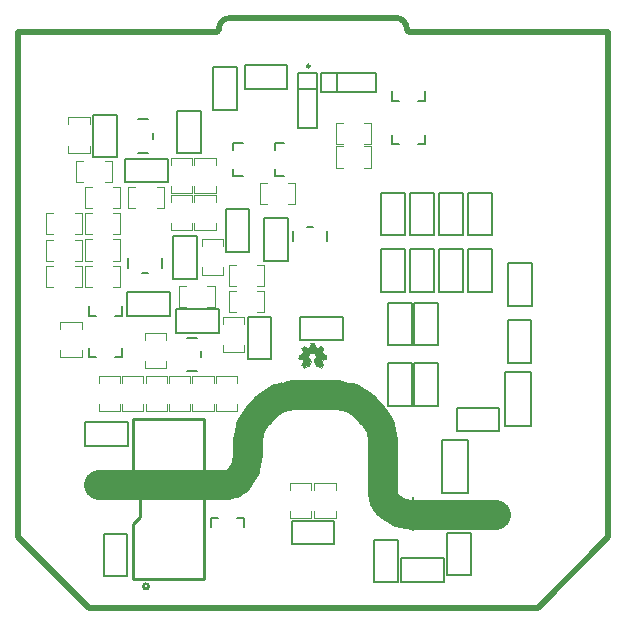
<source format=gto>
G04*
G04 #@! TF.GenerationSoftware,Altium Limited,CircuitStudio,1.5.2 (1.5.2.30)*
G04*
G04 Layer_Color=15065295*
%FSLAX44Y44*%
%MOMM*%
G71*
G01*
G75*
%ADD33C,0.2540*%
%ADD34C,0.2500*%
%ADD35C,0.5000*%
%ADD36C,2.5000*%
%ADD56C,0.0127*%
%ADD57C,0.1000*%
%ADD58C,0.2032*%
%ADD59C,0.2000*%
G36*
X433505Y574436D02*
X433541Y574351D01*
X433538Y574350D01*
X434072Y571563D01*
X434108Y571477D01*
X434165Y571453D01*
X434165Y571453D01*
X436500Y570486D01*
X436557Y570462D01*
X436643Y570498D01*
X436641Y570501D01*
X438990Y572094D01*
X439076Y572129D01*
X439191Y572081D01*
X439182Y572073D01*
X441199Y570073D01*
X441199Y570073D01*
X441247Y569958D01*
X441211Y569873D01*
X441209Y569874D01*
X439616Y567525D01*
X439580Y567439D01*
X439604Y567382D01*
X439604Y567382D01*
X440571Y565048D01*
X440595Y564990D01*
X440680Y564955D01*
X440681Y564958D01*
X443469Y564423D01*
X443554Y564388D01*
X443602Y564273D01*
X443602Y564273D01*
X443590D01*
X443602Y561432D01*
X443602Y561432D01*
X443554Y561318D01*
X443469Y561282D01*
X443468Y561285D01*
X440680Y560751D01*
X440595Y560715D01*
X440571Y560658D01*
X440571Y560658D01*
X439604Y558323D01*
X439580Y558266D01*
X439616Y558180D01*
X439618Y558182D01*
X441211Y555833D01*
X441247Y555747D01*
X441199Y555632D01*
X441199Y555632D01*
X441191Y555641D01*
X439191Y553624D01*
X439076Y553576D01*
X438990Y553612D01*
X438992Y553614D01*
X436643Y555207D01*
X436557Y555243D01*
X436500Y555219D01*
X435431Y554776D01*
X435373Y554753D01*
X435259Y554800D01*
X435235Y554858D01*
X433267Y559678D01*
X433243Y559735D01*
X433291Y559849D01*
X433343Y559871D01*
X433360Y559833D01*
X434337Y560486D01*
X435062Y561572D01*
X435317Y562853D01*
X435062Y564133D01*
X434337Y565219D01*
X433251Y565945D01*
X431970Y566199D01*
X430690Y565945D01*
X429604Y565219D01*
X428878Y564133D01*
X428624Y562853D01*
X428878Y561572D01*
X429604Y560486D01*
X430581Y559833D01*
X430598Y559871D01*
X430650Y559849D01*
X430698Y559735D01*
X430674Y559678D01*
X428706Y554858D01*
X428682Y554800D01*
X428567Y554753D01*
X428510Y554776D01*
Y554776D01*
X427441Y555219D01*
X427384Y555243D01*
X427298Y555207D01*
X427300Y555205D01*
X424951Y553612D01*
X424865Y553576D01*
X424750Y553624D01*
X424759Y553633D01*
X422742Y555632D01*
X422742Y555632D01*
X422694Y555747D01*
X422729Y555833D01*
X422732Y555831D01*
X424325Y558180D01*
X424361Y558266D01*
X424337Y558323D01*
Y558323D01*
X423370Y560658D01*
X423346Y560715D01*
X423260Y560751D01*
X423260Y560747D01*
X420472Y561282D01*
X420387Y561318D01*
X420339Y561432D01*
X420351D01*
X420339Y564273D01*
X420387Y564388D01*
X420472Y564423D01*
X420473Y564420D01*
X423260Y564955D01*
X423346Y564990D01*
X423370Y565048D01*
X423370D01*
X424337Y567382D01*
X424361Y567439D01*
X424325Y567525D01*
X424323Y567523D01*
X422729Y569873D01*
X422694Y569958D01*
X422742Y570073D01*
X422742Y570073D01*
X422750Y570064D01*
X424750Y572081D01*
X424865Y572129D01*
X424951Y572094D01*
X424949Y572091D01*
X427298Y570498D01*
X427384Y570462D01*
X427441Y570486D01*
X427441D01*
X429775Y571453D01*
X429833Y571477D01*
X429868Y571563D01*
X429865Y571563D01*
X430400Y574351D01*
X430435Y574436D01*
X430550Y574484D01*
Y574472D01*
X433391Y574484D01*
X433505Y574436D01*
D02*
G37*
D33*
X293236Y368500D02*
G03*
X293236Y368500I-2236J0D01*
G01*
X279950Y374500D02*
X339950D01*
X279950Y510000D02*
X339950D01*
X285950Y427250D02*
Y457750D01*
X339950Y374500D02*
Y510000D01*
X279950Y421250D02*
X285950Y427250D01*
X279950Y374500D02*
Y421250D01*
Y463750D02*
X285950Y457750D01*
X279950Y463750D02*
Y510000D01*
D34*
X429750Y809000D02*
G03*
X429750Y809000I-1250J0D01*
G01*
D35*
X512000Y840049D02*
G03*
X502000Y850049I-10000J0D01*
G01*
X512000Y840049D02*
G03*
X514500Y837549I2500J0D01*
G01*
X362549Y850049D02*
G03*
X352549Y840049I0J-10000D01*
G01*
X350049Y837549D02*
G03*
X352549Y840049I0J2500D01*
G01*
X182500Y410000D02*
X242400Y350100D01*
X622600D01*
X182500Y410000D02*
Y837500D01*
X622600Y350100D02*
X682500Y410000D01*
Y837549D01*
X182500Y837500D02*
X350049D01*
X514500Y837549D02*
X667500D01*
X682500D01*
X362549Y850049D02*
X502000D01*
D36*
X495420Y437730D02*
G03*
X517100Y428750I21680J21680D01*
G01*
X491700Y446711D02*
G03*
X495420Y437730I12700J0D01*
G01*
X491700Y492250D02*
G03*
X482720Y513930I-30661J0D01*
G01*
X475280Y521370D02*
G03*
X453600Y530350I-21680J-21680D01*
G01*
X415500D02*
G03*
X393820Y521370I0J-30661D01*
G01*
X386380Y513930D02*
G03*
X377400Y492250I21680J-21680D01*
G01*
X368420Y457870D02*
G03*
X377400Y479550I-21680J21680D01*
G01*
X359439Y454150D02*
G03*
X368420Y457870I0J12700D01*
G01*
X517100Y428750D02*
X587250D01*
X491700Y446711D02*
Y492250D01*
X475280Y521370D02*
X482720Y513930D01*
X415500Y530350D02*
X453600D01*
X386380Y513930D02*
X393820Y521370D01*
X377400Y479550D02*
Y492250D01*
X251000Y454150D02*
X359439D01*
D56*
X438992Y553614D02*
G03*
X439182Y553633I84J124D01*
G01*
X424759D02*
G03*
X424949Y553614I106J106D01*
G01*
X433343Y559871D02*
G03*
X433267Y559678I63J-136D01*
G01*
X435235Y554858D02*
G03*
X435431Y554776I139J57D01*
G01*
X436641Y555205D02*
G03*
X436500Y555219I-84J-124D01*
G01*
X441191Y555641D02*
G03*
X441209Y555831I-106J106D01*
G01*
X439604Y558323D02*
G03*
X439618Y558182I139J-57D01*
G01*
X440681Y560747D02*
G03*
X440571Y560658I28J-147D01*
G01*
X443468Y561285D02*
G03*
X443590Y561432I-28J147D01*
G01*
Y564273D02*
G03*
X443468Y564420I-150J0D01*
G01*
X440571Y565048D02*
G03*
X440681Y564958I139J57D01*
G01*
X439618Y567523D02*
G03*
X439604Y567382I124J-84D01*
G01*
X441209Y569874D02*
G03*
X441191Y570064I-124J84D01*
G01*
X439182Y572073D02*
G03*
X438992Y572091I-106J-106D01*
G01*
X436500Y570486D02*
G03*
X436641Y570501I57J139D01*
G01*
X434076Y571563D02*
G03*
X434165Y571453I147J28D01*
G01*
X433538Y574350D02*
G03*
X433391Y574472I-147J-28D01*
G01*
X430550D02*
G03*
X430403Y574350I0J-150D01*
G01*
X429775Y571453D02*
G03*
X429865Y571563I-57J139D01*
G01*
X427300Y570501D02*
G03*
X427441Y570486I84J124D01*
G01*
X424949Y572091D02*
G03*
X424759Y572073I-84J-124D01*
G01*
X422750Y570064D02*
G03*
X422732Y569874I106J-106D01*
G01*
X424337Y567382D02*
G03*
X424323Y567523I-139J57D01*
G01*
X423260Y564958D02*
G03*
X423370Y565048I-28J147D01*
G01*
X420473Y564420D02*
G03*
X420351Y564273I28J-147D01*
G01*
Y561432D02*
G03*
X420473Y561285I150J0D01*
G01*
X423370Y560658D02*
G03*
X423260Y560747I-139J-57D01*
G01*
X424323Y558182D02*
G03*
X424337Y558323I-124J84D01*
G01*
X422732Y555831D02*
G03*
X422750Y555641I124J-84D01*
G01*
X427441Y555219D02*
G03*
X427300Y555205I-57J-139D01*
G01*
X428510Y554776D02*
G03*
X428706Y554858I57J139D01*
G01*
X430674Y559678D02*
G03*
X430598Y559871I-139J57D01*
G01*
X433343D02*
G03*
X430598Y559871I-1372J2982D01*
G01*
X433267Y559678D02*
X435235Y554858D01*
X435431Y554776D02*
X436500Y555219D01*
X436641Y555205D02*
X438992Y553614D01*
X439182Y553633D02*
X441191Y555641D01*
X439618Y558182D02*
X441209Y555831D01*
X439604Y558323D02*
X440571Y560658D01*
X440681Y560747D02*
X443468Y561285D01*
X443590Y561432D02*
Y564273D01*
X440681Y564958D02*
X443468Y564420D01*
X439604Y567382D02*
X440571Y565048D01*
X439618Y567523D02*
X441209Y569874D01*
X439182Y572073D02*
X441191Y570064D01*
X436641Y570501D02*
X438992Y572091D01*
X434165Y571453D02*
X436500Y570486D01*
X433538Y574350D02*
X434076Y571563D01*
X430550Y574472D02*
X433391D01*
X429865Y571563D02*
X430403Y574350D01*
X427441Y570486D02*
X429775Y571453D01*
X424949Y572091D02*
X427300Y570501D01*
X422750Y570064D02*
X424759Y572073D01*
X422732Y569874D02*
X424323Y567523D01*
X423370Y565048D02*
X424337Y567382D01*
X420473Y564420D02*
X423260Y564958D01*
X420351Y561432D02*
Y564273D01*
X420473Y561285D02*
X423260Y560747D01*
X423370Y560658D02*
X424337Y558323D01*
X422732Y555831D02*
X424323Y558182D01*
X422750Y555641D02*
X424759Y553633D01*
X424949Y553614D02*
X427300Y555205D01*
X427441Y555219D02*
X428510Y554776D01*
X428706Y554858D02*
X430674Y559678D01*
D57*
X230500Y644000D02*
X236500D01*
Y662000D01*
X230500D02*
X236500D01*
X206500Y644000D02*
X212500D01*
X206500D02*
Y662000D01*
X212500D01*
X206500Y640000D02*
X212500D01*
X206500Y622000D02*
Y640000D01*
Y622000D02*
X212500D01*
X230500Y640000D02*
X236500D01*
Y622000D02*
Y640000D01*
X230500Y622000D02*
X236500D01*
X206500Y684667D02*
X212500D01*
X206500Y666667D02*
Y684667D01*
Y666667D02*
X212500D01*
X230500Y684667D02*
X236500D01*
Y666667D02*
Y684667D01*
X230500Y666667D02*
X236500D01*
X387500Y710000D02*
X393500D01*
X387500Y692000D02*
Y710000D01*
Y692000D02*
X393500D01*
X411500Y710000D02*
X417500D01*
Y692000D02*
Y710000D01*
X411500Y692000D02*
X417500D01*
X356000Y656500D02*
Y662500D01*
X338000D02*
X356000D01*
X338000Y656500D02*
Y662500D01*
X356000Y632500D02*
Y638500D01*
X338000Y632500D02*
X356000D01*
X338000D02*
Y638500D01*
X225250Y735750D02*
Y741750D01*
Y735750D02*
X243250D01*
Y741750D01*
X225250Y759750D02*
Y765750D01*
X243250D01*
Y759750D02*
Y765750D01*
X319000Y623000D02*
X325000D01*
X319000Y605000D02*
Y623000D01*
Y605000D02*
X325000D01*
X343000Y623000D02*
X349000D01*
Y605000D02*
Y623000D01*
X343000Y605000D02*
X349000D01*
X361000Y641000D02*
X367000D01*
X361000Y623000D02*
Y641000D01*
Y623000D02*
X367000D01*
X385000Y641000D02*
X391000D01*
Y623000D02*
Y641000D01*
X385000Y623000D02*
X391000D01*
X385000Y601000D02*
X391000D01*
Y619000D01*
X385000D02*
X391000D01*
X361000Y601000D02*
X367000D01*
X361000D02*
Y619000D01*
X367000D01*
X475500Y743000D02*
X481500D01*
Y761000D01*
X475500D02*
X481500D01*
X451500Y743000D02*
X457500D01*
X451500D02*
Y761000D01*
X457500D01*
X350000Y694000D02*
Y700000D01*
X332000D02*
X350000D01*
X332000Y694000D02*
Y700000D01*
X350000Y670000D02*
Y676000D01*
X332000Y670000D02*
X350000D01*
X332000D02*
Y676000D01*
X256049Y710790D02*
X262049D01*
Y728790D01*
X256049D02*
X262049D01*
X232049Y710790D02*
X238049D01*
X232049D02*
Y728790D01*
X238049D01*
X239000Y662333D02*
X245000D01*
X239000Y644333D02*
Y662333D01*
Y644333D02*
X245000D01*
X263000Y662333D02*
X269000D01*
Y644333D02*
Y662333D01*
X263000Y644333D02*
X269000D01*
X475500Y723000D02*
X481500D01*
Y741000D01*
X475500D02*
X481500D01*
X451500Y723000D02*
X457500D01*
X451500D02*
Y741000D01*
X457500D01*
X218500Y562500D02*
Y568500D01*
Y562500D02*
X236500D01*
Y568500D01*
X218500Y586500D02*
Y592500D01*
X236500D01*
Y586500D02*
Y592500D01*
X430500Y450000D02*
Y456000D01*
X412500D02*
X430500D01*
X412500Y450000D02*
Y456000D01*
X430500Y426000D02*
Y432000D01*
X412500Y426000D02*
X430500D01*
X412500D02*
Y432000D01*
X290600Y516750D02*
Y522750D01*
Y516750D02*
X308600D01*
Y522750D01*
X290600Y540750D02*
Y546750D01*
X308600D01*
Y540750D02*
Y546750D01*
X356000Y567000D02*
Y573000D01*
Y567000D02*
X374000D01*
Y573000D01*
X356000Y591000D02*
Y597000D01*
X374000D01*
Y591000D02*
Y597000D01*
X332000Y701500D02*
Y707500D01*
Y701500D02*
X350000D01*
Y707500D01*
X332000Y725500D02*
Y731500D01*
X350000D01*
Y725500D02*
Y731500D01*
X239000Y707000D02*
X245000D01*
X239000Y689000D02*
Y707000D01*
Y689000D02*
X245000D01*
X263000Y707000D02*
X269000D01*
Y689000D02*
Y707000D01*
X263000Y689000D02*
X269000D01*
X312000Y701500D02*
Y707500D01*
Y701500D02*
X330000D01*
Y707500D01*
X312000Y725500D02*
Y731500D01*
X330000D01*
Y725500D02*
Y731500D01*
X310400Y516750D02*
Y522750D01*
Y516750D02*
X328400D01*
Y522750D01*
X310400Y540750D02*
Y546750D01*
X328400D01*
Y540750D02*
Y546750D01*
X330000Y694000D02*
Y700000D01*
X312000D02*
X330000D01*
X312000Y694000D02*
Y700000D01*
X330000Y670000D02*
Y676000D01*
X312000Y670000D02*
X330000D01*
X312000D02*
Y676000D01*
X451500Y450000D02*
Y456000D01*
X433500D02*
X451500D01*
X433500Y450000D02*
Y456000D01*
X451500Y426000D02*
Y432000D01*
X433500Y426000D02*
X451500D01*
X433500D02*
Y432000D01*
X290000Y553000D02*
Y559000D01*
Y553000D02*
X308000D01*
Y559000D01*
X290000Y577000D02*
Y583000D01*
X308000D01*
Y577000D02*
Y583000D01*
X239000Y684667D02*
X245000D01*
X239000Y666667D02*
Y684667D01*
Y666667D02*
X245000D01*
X263000Y684667D02*
X269000D01*
Y666667D02*
Y684667D01*
X263000Y666667D02*
X269000D01*
X239000Y640000D02*
X245000D01*
X239000Y622000D02*
Y640000D01*
Y622000D02*
X245000D01*
X263000Y640000D02*
X269000D01*
Y622000D02*
Y640000D01*
X263000Y622000D02*
X269000D01*
X270800Y516750D02*
Y522750D01*
Y516750D02*
X288800D01*
Y522750D01*
X270800Y540750D02*
Y546750D01*
X288800D01*
Y540750D02*
Y546750D01*
X276000Y707000D02*
X282000D01*
X276000Y689000D02*
Y707000D01*
Y689000D02*
X282000D01*
X300000Y707000D02*
X306000D01*
Y689000D02*
Y707000D01*
X300000Y689000D02*
X306000D01*
X330200Y516750D02*
Y522750D01*
Y516750D02*
X348200D01*
Y522750D01*
X330200Y540750D02*
Y546750D01*
X348200D01*
Y540750D02*
Y546750D01*
X251000Y516750D02*
Y522750D01*
Y516750D02*
X269000D01*
Y522750D01*
X251000Y540750D02*
Y546750D01*
X269000D01*
Y540750D02*
Y546750D01*
X350000Y516750D02*
Y522750D01*
Y516750D02*
X368000D01*
Y522750D01*
X350000Y540750D02*
Y546750D01*
X368000D01*
Y540750D02*
Y546750D01*
D58*
X399976Y715924D02*
Y721924D01*
Y715924D02*
X408088D01*
X399976Y738052D02*
Y744148D01*
X408088D01*
X364976Y715924D02*
Y721924D01*
Y715924D02*
X373088D01*
X364976Y738052D02*
Y744148D01*
X373088D01*
X264576Y597476D02*
X270576D01*
Y605588D01*
X242352Y597476D02*
X248448D01*
X242352D02*
Y605588D01*
Y562476D02*
Y570588D01*
Y562476D02*
X248448D01*
X270576D02*
Y570588D01*
X264576Y562476D02*
X270576D01*
X521436Y742710D02*
X527436D01*
Y750822D01*
X499212Y742710D02*
X505308D01*
X499212D02*
Y750822D01*
X337855Y562315D02*
Y567685D01*
X325455Y579224D02*
X334045D01*
X325455Y550776D02*
X334045D01*
X296855Y747315D02*
Y752685D01*
X284455Y764224D02*
X293045D01*
X284455Y735776D02*
X293045D01*
X499212Y779460D02*
Y787572D01*
Y779460D02*
X505308D01*
X527436D02*
Y787572D01*
X521436Y779460D02*
X527436D01*
X374148Y418412D02*
Y426524D01*
X368052D02*
X374148D01*
X345924Y418412D02*
Y426524D01*
X351924D01*
X287315Y633895D02*
X292684D01*
X304224Y637705D02*
Y646295D01*
X275776Y637705D02*
Y646295D01*
X444224Y660705D02*
Y669295D01*
X415776Y660705D02*
Y669295D01*
X427315Y673105D02*
X432685D01*
D59*
X378500Y652000D02*
Y688000D01*
X358500Y652000D02*
X378500D01*
X358500D02*
Y688000D01*
X378500D01*
X518250Y572750D02*
Y608750D01*
X538250D01*
Y572750D02*
Y608750D01*
X518250Y572750D02*
X538250D01*
X617250Y557750D02*
Y593750D01*
X597250Y557750D02*
X617250D01*
X597250D02*
Y593750D01*
X617250D01*
X334000Y629000D02*
Y665000D01*
X314000Y629000D02*
X334000D01*
X314000D02*
Y665000D01*
X334000D01*
X421500Y597000D02*
X457500D01*
Y577000D02*
Y597000D01*
X421500Y577000D02*
X457500D01*
X421500D02*
Y597000D01*
X391000Y644000D02*
Y680000D01*
X411000D01*
Y644000D02*
Y680000D01*
X391000Y644000D02*
X411000D01*
X317500Y735334D02*
Y771334D01*
X337500D01*
Y735334D02*
Y771334D01*
X317500Y735334D02*
X337500D01*
X275000Y617500D02*
X311000D01*
Y597500D02*
Y617500D01*
X275000Y597500D02*
X311000D01*
X275000D02*
Y617500D01*
X554250Y519750D02*
X590250D01*
Y499750D02*
Y519750D01*
X554250Y499750D02*
X590250D01*
X554250D02*
Y519750D01*
X538250Y521500D02*
Y557500D01*
X518250Y521500D02*
X538250D01*
X518250D02*
Y557500D01*
X538250D01*
X516000Y521250D02*
Y557250D01*
X496000Y521250D02*
X516000D01*
X496000D02*
Y557250D01*
X516000D01*
X266500Y732000D02*
Y768000D01*
X246500Y732000D02*
X266500D01*
X246500D02*
Y768000D01*
X266500D01*
X239500Y507500D02*
X275500D01*
Y487500D02*
Y507500D01*
X239500Y487500D02*
X275500D01*
X239500D02*
Y507500D01*
X275000Y377000D02*
Y413000D01*
X255000Y377000D02*
X275000D01*
X255000D02*
Y413000D01*
X275000D01*
X273430Y730730D02*
X309430D01*
Y710730D02*
Y730730D01*
X273430Y710730D02*
X309430D01*
X273430D02*
Y730730D01*
X597340Y605966D02*
Y642034D01*
X617660Y605966D02*
Y642034D01*
X597340Y605966D02*
X617660D01*
X597340Y642034D02*
X617660D01*
X506966Y392160D02*
X543034D01*
X506966Y371840D02*
X543034D01*
X506966D02*
Y392160D01*
X543034Y371840D02*
Y392160D01*
X419500Y772200D02*
Y787800D01*
X435500Y772200D02*
Y787800D01*
Y803000D01*
X419500Y787800D02*
Y803000D01*
X435500D01*
Y757000D02*
Y772200D01*
X419500Y757000D02*
X435500D01*
X419500D02*
Y772200D01*
Y790000D02*
X435500D01*
X504160Y371966D02*
Y408034D01*
X483840Y371966D02*
Y408034D01*
X504160D01*
X483840Y371966D02*
X504160D01*
X517000Y416000D02*
Y444000D01*
X594750Y549750D02*
X617000D01*
Y504250D02*
Y549750D01*
X594750Y504250D02*
X617000D01*
X594750D02*
Y549750D01*
X541750Y492750D02*
X564000D01*
Y447250D02*
Y492750D01*
X541750Y447250D02*
X564000D01*
X541750D02*
Y492750D01*
X454700Y787000D02*
X470300D01*
X454700Y803000D02*
X470300D01*
X439500D02*
X454700D01*
X439500Y787000D02*
X454700D01*
X439500D02*
Y803000D01*
X470300D02*
X485500D01*
Y787000D02*
Y803000D01*
X470300Y787000D02*
X485500D01*
X452500D02*
Y803000D01*
X397000Y561000D02*
Y597000D01*
X377000Y561000D02*
X397000D01*
X377000D02*
Y597000D01*
X397000D01*
X316750Y603000D02*
X352750D01*
Y583000D02*
Y603000D01*
X316750Y583000D02*
X352750D01*
X316750D02*
Y603000D01*
X410534Y789840D02*
Y810160D01*
X374466Y789840D02*
Y810160D01*
Y789840D02*
X410534D01*
X374466Y810160D02*
X410534D01*
X347340Y771966D02*
X367660D01*
X347340Y808034D02*
X367660D01*
X347340Y771966D02*
Y808034D01*
X367660Y771966D02*
Y808034D01*
X489707Y618176D02*
X510027D01*
X489707Y654244D02*
X510027D01*
X489707Y618176D02*
Y654244D01*
X510027Y618176D02*
Y654244D01*
X514283Y618176D02*
X534603D01*
X514283Y654244D02*
X534603D01*
X514283Y618176D02*
Y654244D01*
X534603Y618176D02*
Y654244D01*
X563437Y618176D02*
X583757D01*
X563437Y654244D02*
X583757D01*
X563437Y618176D02*
Y654244D01*
X583757Y618176D02*
Y654244D01*
X538860Y618176D02*
X559180D01*
X538860Y654244D02*
X559180D01*
X538860Y618176D02*
Y654244D01*
X559180Y618176D02*
Y654244D01*
X495680Y608784D02*
X516000D01*
X495680Y572716D02*
X516000D01*
Y608784D01*
X495680Y572716D02*
Y608784D01*
X489707Y701744D02*
X510027D01*
X489707Y665676D02*
X510027D01*
Y701744D01*
X489707Y665676D02*
Y701744D01*
X514283D02*
X534603D01*
X514283Y665676D02*
X534603D01*
Y701744D01*
X514283Y665676D02*
Y701744D01*
X563437D02*
X583757D01*
X563437Y665676D02*
X583757D01*
Y701744D01*
X563437Y665676D02*
Y701744D01*
X538860D02*
X559180D01*
X538860Y665676D02*
X559180D01*
Y701744D01*
X538860Y665676D02*
Y701744D01*
X450500Y404000D02*
Y424000D01*
X414500D02*
X450500D01*
X414500Y404000D02*
Y424000D01*
Y404000D02*
X450500D01*
X545840Y377966D02*
X566160D01*
X545840Y414034D02*
X566160D01*
X545840Y377966D02*
Y414034D01*
X566160Y377966D02*
Y414034D01*
M02*

</source>
